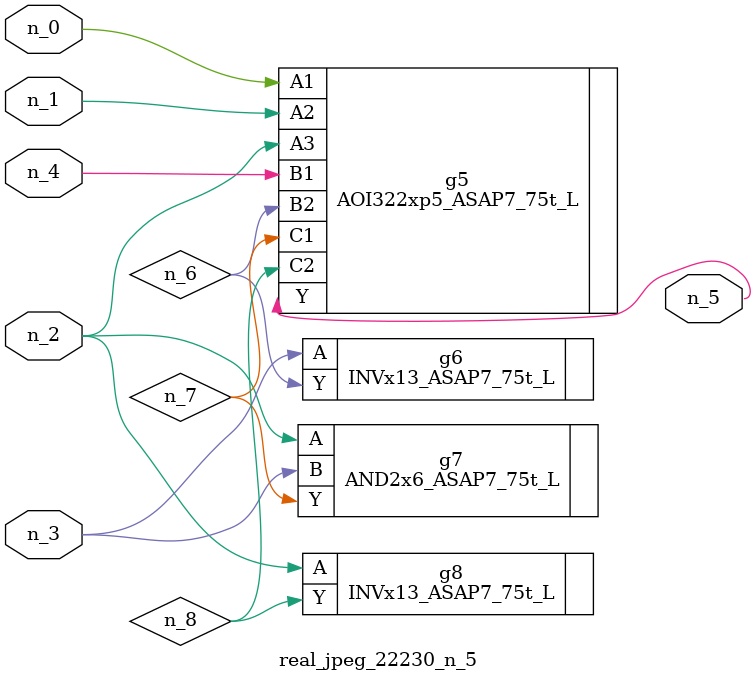
<source format=v>
module real_jpeg_22230_n_5 (n_4, n_0, n_1, n_2, n_3, n_5);

input n_4;
input n_0;
input n_1;
input n_2;
input n_3;

output n_5;

wire n_8;
wire n_6;
wire n_7;

AOI322xp5_ASAP7_75t_L g5 ( 
.A1(n_0),
.A2(n_1),
.A3(n_2),
.B1(n_4),
.B2(n_6),
.C1(n_7),
.C2(n_8),
.Y(n_5)
);

AND2x6_ASAP7_75t_L g7 ( 
.A(n_2),
.B(n_3),
.Y(n_7)
);

INVx13_ASAP7_75t_L g8 ( 
.A(n_2),
.Y(n_8)
);

INVx13_ASAP7_75t_L g6 ( 
.A(n_3),
.Y(n_6)
);


endmodule
</source>
